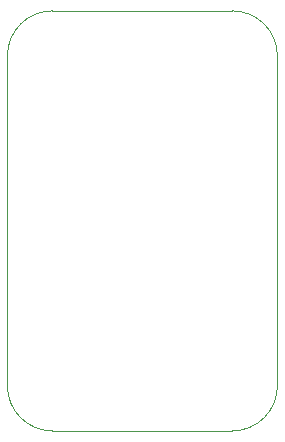
<source format=gm1>
%TF.GenerationSoftware,KiCad,Pcbnew,(6.0.4)*%
%TF.CreationDate,2022-04-27T14:48:19-04:00*%
%TF.ProjectId,bhi160_breakout,62686931-3630-45f6-9272-65616b6f7574,rev?*%
%TF.SameCoordinates,Original*%
%TF.FileFunction,Profile,NP*%
%FSLAX46Y46*%
G04 Gerber Fmt 4.6, Leading zero omitted, Abs format (unit mm)*
G04 Created by KiCad (PCBNEW (6.0.4)) date 2022-04-27 14:48:19*
%MOMM*%
%LPD*%
G01*
G04 APERTURE LIST*
%TA.AperFunction,Profile*%
%ADD10C,0.100000*%
%TD*%
G04 APERTURE END LIST*
D10*
X158750000Y-125730000D02*
X158750000Y-97790000D01*
X177800000Y-129540000D02*
X162560000Y-129540000D01*
X181610000Y-97790000D02*
X181610000Y-125730000D01*
X162560000Y-93980000D02*
X177800000Y-93980000D01*
X158750000Y-125730000D02*
G75*
G03*
X162560000Y-129540000I3810000J0D01*
G01*
X177800000Y-129540000D02*
G75*
G03*
X181610000Y-125730000I0J3810000D01*
G01*
X181610000Y-97790000D02*
G75*
G03*
X177800000Y-93980000I-3810000J0D01*
G01*
X162560000Y-93980000D02*
G75*
G03*
X158750000Y-97790000I0J-3810000D01*
G01*
M02*

</source>
